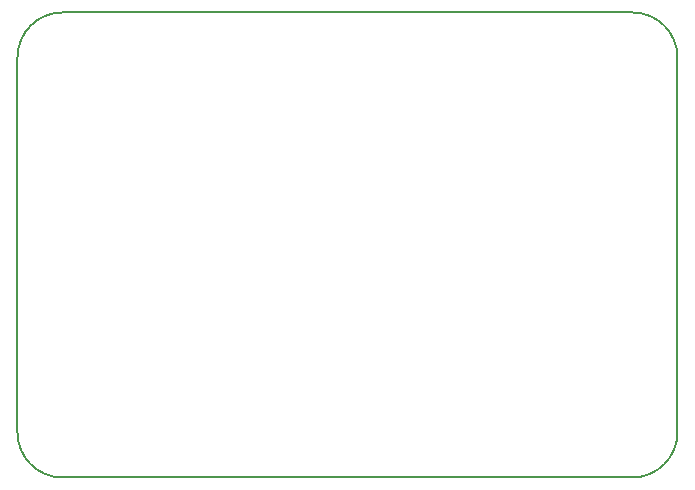
<source format=gbr>
%TF.GenerationSoftware,KiCad,Pcbnew,(5.1.9)-1*%
%TF.CreationDate,2021-03-12T12:12:47-05:00*%
%TF.ProjectId,ProgramBoard,50726f67-7261-46d4-926f-6172642e6b69,rev?*%
%TF.SameCoordinates,PX54c81a0PY791ddc0*%
%TF.FileFunction,Profile,NP*%
%FSLAX46Y46*%
G04 Gerber Fmt 4.6, Leading zero omitted, Abs format (unit mm)*
G04 Created by KiCad (PCBNEW (5.1.9)-1) date 2021-03-12 12:12:47*
%MOMM*%
%LPD*%
G01*
G04 APERTURE LIST*
%TA.AperFunction,Profile*%
%ADD10C,0.152400*%
%TD*%
G04 APERTURE END LIST*
D10*
X3810000Y0D02*
G75*
G02*
X0Y3810000I0J3810000D01*
G01*
X55880000Y3810000D02*
G75*
G02*
X52070000Y0I-3810000J0D01*
G01*
X52070000Y39370000D02*
G75*
G02*
X55880000Y35560000I0J-3810000D01*
G01*
X0Y35560000D02*
G75*
G02*
X3810000Y39370000I3810000J0D01*
G01*
X0Y35560000D02*
X0Y3810000D01*
X52070000Y39370000D02*
X3810000Y39370000D01*
X55880000Y3810000D02*
X55880000Y35560000D01*
X3810000Y0D02*
X52070000Y0D01*
M02*

</source>
